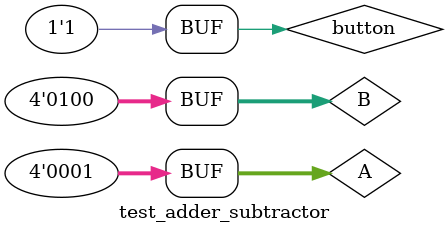
<source format=v>
`timescale 1ns / 1ps

module test_adder_subtractor;

        // Inputs
        reg [3:0] A;
        reg [3:0] B;
        reg button;

        // Outputs
        wire [3:0] R;

        // Instantiate the Unit Under Test (UUT)
        adder_subtractor uut (
                .R(R),
                .A(A),
                .B(B),
                .button(button)
        );

        initial begin
                // Initialize Inputs
                A = 0;
                B = 0;
                button = 0;

                // Wait 100 ns for global reset to finish
                #100;

                // Add stimulus here
                A = 10; B = 15;
                #50 button = 1;

                #50 button = 0; A = 1; B = 4;
                #50 button = 1;
        end
endmodule

</source>
